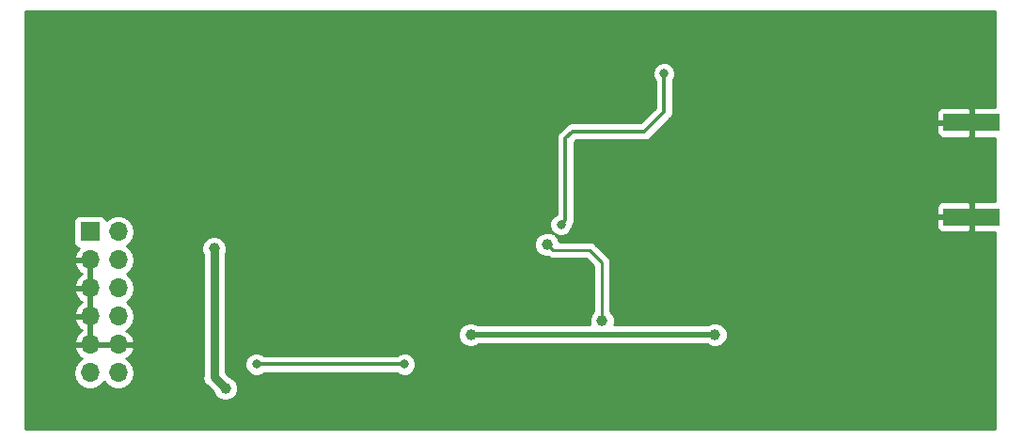
<source format=gbr>
G04 #@! TF.GenerationSoftware,KiCad,Pcbnew,(5.0.0-rc2-dev-311-g1dd4af297)*
G04 #@! TF.CreationDate,2018-06-18T13:27:12-07:00*
G04 #@! TF.ProjectId,beacon_pll,626561636F6E5F706C6C2E6B69636164,rev?*
G04 #@! TF.SameCoordinates,Original*
G04 #@! TF.FileFunction,Copper,L2,Bot,Signal*
G04 #@! TF.FilePolarity,Positive*
%FSLAX46Y46*%
G04 Gerber Fmt 4.6, Leading zero omitted, Abs format (unit mm)*
G04 Created by KiCad (PCBNEW (5.0.0-rc2-dev-311-g1dd4af297)) date 06/18/18 13:27:12*
%MOMM*%
%LPD*%
G01*
G04 APERTURE LIST*
%ADD10R,5.080000X1.500000*%
%ADD11O,1.700000X1.700000*%
%ADD12R,1.700000X1.700000*%
%ADD13C,0.800000*%
%ADD14C,1.000000*%
%ADD15C,0.750000*%
%ADD16C,0.350000*%
%ADD17C,0.500000*%
%ADD18C,0.250000*%
%ADD19C,0.254000*%
G04 APERTURE END LIST*
D10*
X244856000Y-70680000D03*
X244856000Y-79180000D03*
D11*
X168021000Y-93218000D03*
X165481000Y-93218000D03*
X168021000Y-90678000D03*
X165481000Y-90678000D03*
X168021000Y-88138000D03*
X165481000Y-88138000D03*
X168021000Y-85598000D03*
X165481000Y-85598000D03*
X168021000Y-83058000D03*
X165481000Y-83058000D03*
X168021000Y-80518000D03*
D12*
X165481000Y-80518000D03*
D13*
X245036000Y-97917000D03*
X241036000Y-97917000D03*
X237036000Y-97917000D03*
X233036000Y-97917000D03*
X229036000Y-97917000D03*
X225036000Y-97917000D03*
X221036000Y-97917000D03*
X217036000Y-97917000D03*
X213036000Y-97917000D03*
X209036000Y-97917000D03*
X205036000Y-97917000D03*
X201036000Y-97917000D03*
X197036000Y-97917000D03*
X193036000Y-97917000D03*
X189036000Y-97917000D03*
X185036000Y-97917000D03*
X181036000Y-97917000D03*
X177036000Y-97917000D03*
X173036000Y-97917000D03*
X169036000Y-97917000D03*
X165036000Y-97917000D03*
X161036000Y-97917000D03*
X245163000Y-61214000D03*
X241163000Y-61214000D03*
X237163000Y-61214000D03*
X233163000Y-61214000D03*
X229163000Y-61214000D03*
X225163000Y-61214000D03*
X221163000Y-61214000D03*
X217163000Y-61214000D03*
X213163000Y-61214000D03*
X209163000Y-61214000D03*
X205163000Y-61214000D03*
X201163000Y-61214000D03*
X197163000Y-61214000D03*
X193163000Y-61214000D03*
X189163000Y-61214000D03*
X185163000Y-61214000D03*
X181163000Y-61214000D03*
X177163000Y-61214000D03*
X173163000Y-61214000D03*
X169163000Y-61214000D03*
X165163000Y-61214000D03*
X161163000Y-61214000D03*
X230758000Y-82867000D03*
X228758000Y-82867000D03*
X226758000Y-82867000D03*
X224758000Y-82867000D03*
X230758000Y-80867000D03*
X228758000Y-80867000D03*
X226758000Y-80867000D03*
X224758000Y-80867000D03*
X222758000Y-80867000D03*
X230758000Y-78867000D03*
X228758000Y-78867000D03*
X226758000Y-78867000D03*
X224758000Y-78867000D03*
X222758000Y-78867000D03*
X236791000Y-66262000D03*
X236791000Y-64262000D03*
X240791000Y-68262000D03*
X240791000Y-66262000D03*
X238791000Y-72262000D03*
X240791000Y-70262000D03*
X238791000Y-68262000D03*
X238791000Y-66262000D03*
X238791000Y-70262000D03*
X240791000Y-64262000D03*
X240791000Y-72262000D03*
X236791000Y-68262000D03*
X236791000Y-70262000D03*
X238791000Y-64262000D03*
X240791000Y-85724000D03*
X238791000Y-85724000D03*
X236791000Y-85724000D03*
X234791000Y-85724000D03*
X232791000Y-85724000D03*
X240791000Y-83724000D03*
X238791000Y-83724000D03*
X236791000Y-83724000D03*
X234791000Y-83724000D03*
X232791000Y-83724000D03*
X240791000Y-81724000D03*
X238791000Y-81724000D03*
X236791000Y-81724000D03*
X234791000Y-81724000D03*
X232791000Y-81724000D03*
X240791000Y-79724000D03*
X238791000Y-79724000D03*
X236791000Y-79724000D03*
X234791000Y-79724000D03*
X232791000Y-79724000D03*
X240791000Y-77724000D03*
X238791000Y-77724000D03*
X236791000Y-77724000D03*
X234791000Y-77724000D03*
X232791000Y-77724000D03*
X209042000Y-80518000D03*
X204724000Y-76454000D03*
X205994000Y-76454000D03*
X205994000Y-75184000D03*
X204724000Y-75184000D03*
X205105000Y-65532000D03*
X202819000Y-65532000D03*
X200533000Y-65532000D03*
X198374000Y-65532000D03*
X196088000Y-65532000D03*
X193802000Y-65532000D03*
X214884000Y-69977000D03*
X214884000Y-68072000D03*
X212852000Y-68072000D03*
X210693000Y-68072000D03*
X222631000Y-70612000D03*
X221107000Y-70612000D03*
X221107000Y-72009000D03*
X222631000Y-72009000D03*
X228727000Y-70866000D03*
X226949000Y-70866000D03*
X226949000Y-73533000D03*
X226949000Y-72263000D03*
X228727000Y-72263000D03*
X228727000Y-73533000D03*
X230632000Y-73533000D03*
X230632000Y-72263000D03*
D14*
X214884000Y-80645000D03*
X187325000Y-85217000D03*
X187325000Y-89281000D03*
X187325000Y-94615000D03*
X180594000Y-79883000D03*
X184912000Y-76835000D03*
X182626000Y-76835000D03*
X180594000Y-76835000D03*
X179705000Y-69977000D03*
X179705000Y-67945000D03*
X179705000Y-66040000D03*
X196088000Y-82677000D03*
X197104000Y-84455000D03*
X194945000Y-84455000D03*
X192659000Y-84455000D03*
X221107000Y-86233000D03*
X218821000Y-86233000D03*
X221107000Y-83820000D03*
X218821000Y-83820000D03*
X204978000Y-87503000D03*
X206883000Y-86614000D03*
X177673000Y-94615000D03*
X176657000Y-82042000D03*
D13*
X180467000Y-92456000D03*
X193802000Y-92456000D03*
X217170000Y-66294000D03*
X207899000Y-79883000D03*
D14*
X199771000Y-89789000D03*
X221742000Y-89789000D03*
X211582000Y-88519000D03*
X206629000Y-81661000D03*
D15*
X176657000Y-93599000D02*
X177673000Y-94615000D01*
X176657000Y-91186000D02*
X176657000Y-93599000D01*
X176657000Y-82042000D02*
X176657000Y-91186000D01*
D16*
X193802000Y-92456000D02*
X180467000Y-92456000D01*
X217170000Y-69723000D02*
X217170000Y-66294000D01*
X215392000Y-71501000D02*
X217170000Y-69723000D01*
X208915000Y-71501000D02*
X215392000Y-71501000D01*
X208298999Y-72117001D02*
X208915000Y-71501000D01*
X207899000Y-79883000D02*
X208298999Y-79483001D01*
X208298999Y-79483001D02*
X208298999Y-72117001D01*
D17*
X221742000Y-89789000D02*
X199771000Y-89789000D01*
D18*
X211582000Y-83312000D02*
X211582000Y-88519000D01*
X210430999Y-82160999D02*
X211582000Y-83312000D01*
X206629000Y-81661000D02*
X207128999Y-82160999D01*
X207128999Y-82160999D02*
X210430999Y-82160999D01*
D19*
G36*
X246940000Y-69295000D02*
X245141750Y-69295000D01*
X244983000Y-69453750D01*
X244983000Y-70553000D01*
X245003000Y-70553000D01*
X245003000Y-70807000D01*
X244983000Y-70807000D01*
X244983000Y-71906250D01*
X245141750Y-72065000D01*
X246940000Y-72065000D01*
X246940000Y-77795000D01*
X245141750Y-77795000D01*
X244983000Y-77953750D01*
X244983000Y-79053000D01*
X245003000Y-79053000D01*
X245003000Y-79307000D01*
X244983000Y-79307000D01*
X244983000Y-80406250D01*
X245141750Y-80565000D01*
X246940001Y-80565000D01*
X246940001Y-98290000D01*
X159710000Y-98290000D01*
X159710000Y-93218000D01*
X163966908Y-93218000D01*
X164082161Y-93797418D01*
X164410375Y-94288625D01*
X164901582Y-94616839D01*
X165334744Y-94703000D01*
X165627256Y-94703000D01*
X166060418Y-94616839D01*
X166551625Y-94288625D01*
X166751000Y-93990239D01*
X166950375Y-94288625D01*
X167441582Y-94616839D01*
X167874744Y-94703000D01*
X168167256Y-94703000D01*
X168600418Y-94616839D01*
X169091625Y-94288625D01*
X169419839Y-93797418D01*
X169535092Y-93218000D01*
X169419839Y-92638582D01*
X169091625Y-92147375D01*
X168772522Y-91934157D01*
X168902358Y-91873183D01*
X169292645Y-91444924D01*
X169462476Y-91034890D01*
X169341155Y-90805000D01*
X168148000Y-90805000D01*
X168148000Y-90825000D01*
X167894000Y-90825000D01*
X167894000Y-90805000D01*
X165608000Y-90805000D01*
X165608000Y-90825000D01*
X165354000Y-90825000D01*
X165354000Y-90805000D01*
X164160845Y-90805000D01*
X164039524Y-91034890D01*
X164209355Y-91444924D01*
X164599642Y-91873183D01*
X164729478Y-91934157D01*
X164410375Y-92147375D01*
X164082161Y-92638582D01*
X163966908Y-93218000D01*
X159710000Y-93218000D01*
X159710000Y-88494890D01*
X164039524Y-88494890D01*
X164209355Y-88904924D01*
X164599642Y-89333183D01*
X164758954Y-89408000D01*
X164599642Y-89482817D01*
X164209355Y-89911076D01*
X164039524Y-90321110D01*
X164160845Y-90551000D01*
X165354000Y-90551000D01*
X165354000Y-88265000D01*
X164160845Y-88265000D01*
X164039524Y-88494890D01*
X159710000Y-88494890D01*
X159710000Y-85954890D01*
X164039524Y-85954890D01*
X164209355Y-86364924D01*
X164599642Y-86793183D01*
X164758954Y-86868000D01*
X164599642Y-86942817D01*
X164209355Y-87371076D01*
X164039524Y-87781110D01*
X164160845Y-88011000D01*
X165354000Y-88011000D01*
X165354000Y-85725000D01*
X164160845Y-85725000D01*
X164039524Y-85954890D01*
X159710000Y-85954890D01*
X159710000Y-83414890D01*
X164039524Y-83414890D01*
X164209355Y-83824924D01*
X164599642Y-84253183D01*
X164758954Y-84328000D01*
X164599642Y-84402817D01*
X164209355Y-84831076D01*
X164039524Y-85241110D01*
X164160845Y-85471000D01*
X165354000Y-85471000D01*
X165354000Y-83185000D01*
X164160845Y-83185000D01*
X164039524Y-83414890D01*
X159710000Y-83414890D01*
X159710000Y-79668000D01*
X163983560Y-79668000D01*
X163983560Y-81368000D01*
X164032843Y-81615765D01*
X164173191Y-81825809D01*
X164383235Y-81966157D01*
X164486708Y-81986739D01*
X164209355Y-82291076D01*
X164039524Y-82701110D01*
X164160845Y-82931000D01*
X165354000Y-82931000D01*
X165354000Y-82911000D01*
X165608000Y-82911000D01*
X165608000Y-82931000D01*
X165628000Y-82931000D01*
X165628000Y-83185000D01*
X165608000Y-83185000D01*
X165608000Y-85471000D01*
X165628000Y-85471000D01*
X165628000Y-85725000D01*
X165608000Y-85725000D01*
X165608000Y-88011000D01*
X165628000Y-88011000D01*
X165628000Y-88265000D01*
X165608000Y-88265000D01*
X165608000Y-90551000D01*
X167894000Y-90551000D01*
X167894000Y-90531000D01*
X168148000Y-90531000D01*
X168148000Y-90551000D01*
X169341155Y-90551000D01*
X169462476Y-90321110D01*
X169292645Y-89911076D01*
X168902358Y-89482817D01*
X168772522Y-89421843D01*
X169091625Y-89208625D01*
X169419839Y-88717418D01*
X169535092Y-88138000D01*
X169419839Y-87558582D01*
X169091625Y-87067375D01*
X168793239Y-86868000D01*
X169091625Y-86668625D01*
X169419839Y-86177418D01*
X169535092Y-85598000D01*
X169419839Y-85018582D01*
X169091625Y-84527375D01*
X168793239Y-84328000D01*
X169091625Y-84128625D01*
X169419839Y-83637418D01*
X169535092Y-83058000D01*
X169419839Y-82478582D01*
X169091625Y-81987375D01*
X168835495Y-81816234D01*
X175522000Y-81816234D01*
X175522000Y-82267766D01*
X175647000Y-82569543D01*
X175647001Y-91086520D01*
X175647000Y-91086525D01*
X175647001Y-93499525D01*
X175627214Y-93599000D01*
X175705602Y-93993082D01*
X175872482Y-94242837D01*
X175872485Y-94242840D01*
X175928832Y-94327169D01*
X176013160Y-94383515D01*
X176585793Y-94956149D01*
X176710793Y-95257926D01*
X177030074Y-95577207D01*
X177447234Y-95750000D01*
X177898766Y-95750000D01*
X178315926Y-95577207D01*
X178635207Y-95257926D01*
X178808000Y-94840766D01*
X178808000Y-94389234D01*
X178635207Y-93972074D01*
X178315926Y-93652793D01*
X178014149Y-93527793D01*
X177667000Y-93180645D01*
X177667000Y-92250126D01*
X179432000Y-92250126D01*
X179432000Y-92661874D01*
X179589569Y-93042280D01*
X179880720Y-93333431D01*
X180261126Y-93491000D01*
X180672874Y-93491000D01*
X181053280Y-93333431D01*
X181120711Y-93266000D01*
X193148289Y-93266000D01*
X193215720Y-93333431D01*
X193596126Y-93491000D01*
X194007874Y-93491000D01*
X194388280Y-93333431D01*
X194679431Y-93042280D01*
X194837000Y-92661874D01*
X194837000Y-92250126D01*
X194679431Y-91869720D01*
X194388280Y-91578569D01*
X194007874Y-91421000D01*
X193596126Y-91421000D01*
X193215720Y-91578569D01*
X193148289Y-91646000D01*
X181120711Y-91646000D01*
X181053280Y-91578569D01*
X180672874Y-91421000D01*
X180261126Y-91421000D01*
X179880720Y-91578569D01*
X179589569Y-91869720D01*
X179432000Y-92250126D01*
X177667000Y-92250126D01*
X177667000Y-89563234D01*
X198636000Y-89563234D01*
X198636000Y-90014766D01*
X198808793Y-90431926D01*
X199128074Y-90751207D01*
X199545234Y-90924000D01*
X199996766Y-90924000D01*
X200413926Y-90751207D01*
X200491133Y-90674000D01*
X221021867Y-90674000D01*
X221099074Y-90751207D01*
X221516234Y-90924000D01*
X221967766Y-90924000D01*
X222384926Y-90751207D01*
X222704207Y-90431926D01*
X222877000Y-90014766D01*
X222877000Y-89563234D01*
X222704207Y-89146074D01*
X222384926Y-88826793D01*
X221967766Y-88654000D01*
X221516234Y-88654000D01*
X221099074Y-88826793D01*
X221021867Y-88904000D01*
X212651043Y-88904000D01*
X212717000Y-88744766D01*
X212717000Y-88293234D01*
X212544207Y-87876074D01*
X212342000Y-87673867D01*
X212342000Y-83386846D01*
X212356888Y-83311999D01*
X212342000Y-83237152D01*
X212342000Y-83237148D01*
X212297904Y-83015463D01*
X212129929Y-82764071D01*
X212066473Y-82721671D01*
X211021330Y-81676529D01*
X210978928Y-81613070D01*
X210727536Y-81445095D01*
X210505851Y-81400999D01*
X210505846Y-81400999D01*
X210430999Y-81386111D01*
X210356152Y-81400999D01*
X207749819Y-81400999D01*
X207591207Y-81018074D01*
X207348303Y-80775170D01*
X207693126Y-80918000D01*
X208104874Y-80918000D01*
X208485280Y-80760431D01*
X208776431Y-80469280D01*
X208934000Y-80088874D01*
X208934000Y-79990615D01*
X209062002Y-79799047D01*
X209108999Y-79562775D01*
X209108999Y-79562774D01*
X209124867Y-79483002D01*
X209121436Y-79465750D01*
X241681000Y-79465750D01*
X241681000Y-80056309D01*
X241777673Y-80289698D01*
X241956301Y-80468327D01*
X242189690Y-80565000D01*
X244570250Y-80565000D01*
X244729000Y-80406250D01*
X244729000Y-79307000D01*
X241839750Y-79307000D01*
X241681000Y-79465750D01*
X209121436Y-79465750D01*
X209108999Y-79403229D01*
X209108999Y-78303691D01*
X241681000Y-78303691D01*
X241681000Y-78894250D01*
X241839750Y-79053000D01*
X244729000Y-79053000D01*
X244729000Y-77953750D01*
X244570250Y-77795000D01*
X242189690Y-77795000D01*
X241956301Y-77891673D01*
X241777673Y-78070302D01*
X241681000Y-78303691D01*
X209108999Y-78303691D01*
X209108999Y-72452513D01*
X209250513Y-72311000D01*
X215312227Y-72311000D01*
X215392000Y-72326868D01*
X215471773Y-72311000D01*
X215471774Y-72311000D01*
X215708046Y-72264003D01*
X215975977Y-72084977D01*
X216021168Y-72017344D01*
X217072762Y-70965750D01*
X241681000Y-70965750D01*
X241681000Y-71556309D01*
X241777673Y-71789698D01*
X241956301Y-71968327D01*
X242189690Y-72065000D01*
X244570250Y-72065000D01*
X244729000Y-71906250D01*
X244729000Y-70807000D01*
X241839750Y-70807000D01*
X241681000Y-70965750D01*
X217072762Y-70965750D01*
X217686347Y-70352166D01*
X217753977Y-70306977D01*
X217841673Y-70175730D01*
X217933003Y-70039047D01*
X217979817Y-69803691D01*
X241681000Y-69803691D01*
X241681000Y-70394250D01*
X241839750Y-70553000D01*
X244729000Y-70553000D01*
X244729000Y-69453750D01*
X244570250Y-69295000D01*
X242189690Y-69295000D01*
X241956301Y-69391673D01*
X241777673Y-69570302D01*
X241681000Y-69803691D01*
X217979817Y-69803691D01*
X217995868Y-69723000D01*
X217980000Y-69643226D01*
X217980000Y-66947711D01*
X218047431Y-66880280D01*
X218205000Y-66499874D01*
X218205000Y-66088126D01*
X218047431Y-65707720D01*
X217756280Y-65416569D01*
X217375874Y-65259000D01*
X216964126Y-65259000D01*
X216583720Y-65416569D01*
X216292569Y-65707720D01*
X216135000Y-66088126D01*
X216135000Y-66499874D01*
X216292569Y-66880280D01*
X216360001Y-66947712D01*
X216360000Y-69387487D01*
X215056488Y-70691000D01*
X208994773Y-70691000D01*
X208915000Y-70675132D01*
X208835227Y-70691000D01*
X208835226Y-70691000D01*
X208598954Y-70737997D01*
X208331023Y-70917023D01*
X208285834Y-70984653D01*
X207782652Y-71487835D01*
X207715023Y-71533024D01*
X207669834Y-71600654D01*
X207535997Y-71800955D01*
X207473131Y-72117001D01*
X207489000Y-72196779D01*
X207488999Y-78932552D01*
X207312720Y-79005569D01*
X207021569Y-79296720D01*
X206864000Y-79677126D01*
X206864000Y-80088874D01*
X207021569Y-80469280D01*
X207236343Y-80684054D01*
X206854766Y-80526000D01*
X206403234Y-80526000D01*
X205986074Y-80698793D01*
X205666793Y-81018074D01*
X205494000Y-81435234D01*
X205494000Y-81886766D01*
X205666793Y-82303926D01*
X205986074Y-82623207D01*
X206403234Y-82796000D01*
X206711382Y-82796000D01*
X206832462Y-82876903D01*
X207054147Y-82920999D01*
X207054151Y-82920999D01*
X207128998Y-82935887D01*
X207203845Y-82920999D01*
X210116198Y-82920999D01*
X210822000Y-83626802D01*
X210822001Y-87673866D01*
X210619793Y-87876074D01*
X210447000Y-88293234D01*
X210447000Y-88744766D01*
X210512957Y-88904000D01*
X200491133Y-88904000D01*
X200413926Y-88826793D01*
X199996766Y-88654000D01*
X199545234Y-88654000D01*
X199128074Y-88826793D01*
X198808793Y-89146074D01*
X198636000Y-89563234D01*
X177667000Y-89563234D01*
X177667000Y-82569543D01*
X177792000Y-82267766D01*
X177792000Y-81816234D01*
X177619207Y-81399074D01*
X177299926Y-81079793D01*
X176882766Y-80907000D01*
X176431234Y-80907000D01*
X176014074Y-81079793D01*
X175694793Y-81399074D01*
X175522000Y-81816234D01*
X168835495Y-81816234D01*
X168793239Y-81788000D01*
X169091625Y-81588625D01*
X169419839Y-81097418D01*
X169535092Y-80518000D01*
X169419839Y-79938582D01*
X169091625Y-79447375D01*
X168600418Y-79119161D01*
X168167256Y-79033000D01*
X167874744Y-79033000D01*
X167441582Y-79119161D01*
X166950375Y-79447375D01*
X166938184Y-79465619D01*
X166929157Y-79420235D01*
X166788809Y-79210191D01*
X166578765Y-79069843D01*
X166331000Y-79020560D01*
X164631000Y-79020560D01*
X164383235Y-79069843D01*
X164173191Y-79210191D01*
X164032843Y-79420235D01*
X163983560Y-79668000D01*
X159710000Y-79668000D01*
X159710000Y-60710000D01*
X246940000Y-60710000D01*
X246940000Y-69295000D01*
X246940000Y-69295000D01*
G37*
X246940000Y-69295000D02*
X245141750Y-69295000D01*
X244983000Y-69453750D01*
X244983000Y-70553000D01*
X245003000Y-70553000D01*
X245003000Y-70807000D01*
X244983000Y-70807000D01*
X244983000Y-71906250D01*
X245141750Y-72065000D01*
X246940000Y-72065000D01*
X246940000Y-77795000D01*
X245141750Y-77795000D01*
X244983000Y-77953750D01*
X244983000Y-79053000D01*
X245003000Y-79053000D01*
X245003000Y-79307000D01*
X244983000Y-79307000D01*
X244983000Y-80406250D01*
X245141750Y-80565000D01*
X246940001Y-80565000D01*
X246940001Y-98290000D01*
X159710000Y-98290000D01*
X159710000Y-93218000D01*
X163966908Y-93218000D01*
X164082161Y-93797418D01*
X164410375Y-94288625D01*
X164901582Y-94616839D01*
X165334744Y-94703000D01*
X165627256Y-94703000D01*
X166060418Y-94616839D01*
X166551625Y-94288625D01*
X166751000Y-93990239D01*
X166950375Y-94288625D01*
X167441582Y-94616839D01*
X167874744Y-94703000D01*
X168167256Y-94703000D01*
X168600418Y-94616839D01*
X169091625Y-94288625D01*
X169419839Y-93797418D01*
X169535092Y-93218000D01*
X169419839Y-92638582D01*
X169091625Y-92147375D01*
X168772522Y-91934157D01*
X168902358Y-91873183D01*
X169292645Y-91444924D01*
X169462476Y-91034890D01*
X169341155Y-90805000D01*
X168148000Y-90805000D01*
X168148000Y-90825000D01*
X167894000Y-90825000D01*
X167894000Y-90805000D01*
X165608000Y-90805000D01*
X165608000Y-90825000D01*
X165354000Y-90825000D01*
X165354000Y-90805000D01*
X164160845Y-90805000D01*
X164039524Y-91034890D01*
X164209355Y-91444924D01*
X164599642Y-91873183D01*
X164729478Y-91934157D01*
X164410375Y-92147375D01*
X164082161Y-92638582D01*
X163966908Y-93218000D01*
X159710000Y-93218000D01*
X159710000Y-88494890D01*
X164039524Y-88494890D01*
X164209355Y-88904924D01*
X164599642Y-89333183D01*
X164758954Y-89408000D01*
X164599642Y-89482817D01*
X164209355Y-89911076D01*
X164039524Y-90321110D01*
X164160845Y-90551000D01*
X165354000Y-90551000D01*
X165354000Y-88265000D01*
X164160845Y-88265000D01*
X164039524Y-88494890D01*
X159710000Y-88494890D01*
X159710000Y-85954890D01*
X164039524Y-85954890D01*
X164209355Y-86364924D01*
X164599642Y-86793183D01*
X164758954Y-86868000D01*
X164599642Y-86942817D01*
X164209355Y-87371076D01*
X164039524Y-87781110D01*
X164160845Y-88011000D01*
X165354000Y-88011000D01*
X165354000Y-85725000D01*
X164160845Y-85725000D01*
X164039524Y-85954890D01*
X159710000Y-85954890D01*
X159710000Y-83414890D01*
X164039524Y-83414890D01*
X164209355Y-83824924D01*
X164599642Y-84253183D01*
X164758954Y-84328000D01*
X164599642Y-84402817D01*
X164209355Y-84831076D01*
X164039524Y-85241110D01*
X164160845Y-85471000D01*
X165354000Y-85471000D01*
X165354000Y-83185000D01*
X164160845Y-83185000D01*
X164039524Y-83414890D01*
X159710000Y-83414890D01*
X159710000Y-79668000D01*
X163983560Y-79668000D01*
X163983560Y-81368000D01*
X164032843Y-81615765D01*
X164173191Y-81825809D01*
X164383235Y-81966157D01*
X164486708Y-81986739D01*
X164209355Y-82291076D01*
X164039524Y-82701110D01*
X164160845Y-82931000D01*
X165354000Y-82931000D01*
X165354000Y-82911000D01*
X165608000Y-82911000D01*
X165608000Y-82931000D01*
X165628000Y-82931000D01*
X165628000Y-83185000D01*
X165608000Y-83185000D01*
X165608000Y-85471000D01*
X165628000Y-85471000D01*
X165628000Y-85725000D01*
X165608000Y-85725000D01*
X165608000Y-88011000D01*
X165628000Y-88011000D01*
X165628000Y-88265000D01*
X165608000Y-88265000D01*
X165608000Y-90551000D01*
X167894000Y-90551000D01*
X167894000Y-90531000D01*
X168148000Y-90531000D01*
X168148000Y-90551000D01*
X169341155Y-90551000D01*
X169462476Y-90321110D01*
X169292645Y-89911076D01*
X168902358Y-89482817D01*
X168772522Y-89421843D01*
X169091625Y-89208625D01*
X169419839Y-88717418D01*
X169535092Y-88138000D01*
X169419839Y-87558582D01*
X169091625Y-87067375D01*
X168793239Y-86868000D01*
X169091625Y-86668625D01*
X169419839Y-86177418D01*
X169535092Y-85598000D01*
X169419839Y-85018582D01*
X169091625Y-84527375D01*
X168793239Y-84328000D01*
X169091625Y-84128625D01*
X169419839Y-83637418D01*
X169535092Y-83058000D01*
X169419839Y-82478582D01*
X169091625Y-81987375D01*
X168835495Y-81816234D01*
X175522000Y-81816234D01*
X175522000Y-82267766D01*
X175647000Y-82569543D01*
X175647001Y-91086520D01*
X175647000Y-91086525D01*
X175647001Y-93499525D01*
X175627214Y-93599000D01*
X175705602Y-93993082D01*
X175872482Y-94242837D01*
X175872485Y-94242840D01*
X175928832Y-94327169D01*
X176013160Y-94383515D01*
X176585793Y-94956149D01*
X176710793Y-95257926D01*
X177030074Y-95577207D01*
X177447234Y-95750000D01*
X177898766Y-95750000D01*
X178315926Y-95577207D01*
X178635207Y-95257926D01*
X178808000Y-94840766D01*
X178808000Y-94389234D01*
X178635207Y-93972074D01*
X178315926Y-93652793D01*
X178014149Y-93527793D01*
X177667000Y-93180645D01*
X177667000Y-92250126D01*
X179432000Y-92250126D01*
X179432000Y-92661874D01*
X179589569Y-93042280D01*
X179880720Y-93333431D01*
X180261126Y-93491000D01*
X180672874Y-93491000D01*
X181053280Y-93333431D01*
X181120711Y-93266000D01*
X193148289Y-93266000D01*
X193215720Y-93333431D01*
X193596126Y-93491000D01*
X194007874Y-93491000D01*
X194388280Y-93333431D01*
X194679431Y-93042280D01*
X194837000Y-92661874D01*
X194837000Y-92250126D01*
X194679431Y-91869720D01*
X194388280Y-91578569D01*
X194007874Y-91421000D01*
X193596126Y-91421000D01*
X193215720Y-91578569D01*
X193148289Y-91646000D01*
X181120711Y-91646000D01*
X181053280Y-91578569D01*
X180672874Y-91421000D01*
X180261126Y-91421000D01*
X179880720Y-91578569D01*
X179589569Y-91869720D01*
X179432000Y-92250126D01*
X177667000Y-92250126D01*
X177667000Y-89563234D01*
X198636000Y-89563234D01*
X198636000Y-90014766D01*
X198808793Y-90431926D01*
X199128074Y-90751207D01*
X199545234Y-90924000D01*
X199996766Y-90924000D01*
X200413926Y-90751207D01*
X200491133Y-90674000D01*
X221021867Y-90674000D01*
X221099074Y-90751207D01*
X221516234Y-90924000D01*
X221967766Y-90924000D01*
X222384926Y-90751207D01*
X222704207Y-90431926D01*
X222877000Y-90014766D01*
X222877000Y-89563234D01*
X222704207Y-89146074D01*
X222384926Y-88826793D01*
X221967766Y-88654000D01*
X221516234Y-88654000D01*
X221099074Y-88826793D01*
X221021867Y-88904000D01*
X212651043Y-88904000D01*
X212717000Y-88744766D01*
X212717000Y-88293234D01*
X212544207Y-87876074D01*
X212342000Y-87673867D01*
X212342000Y-83386846D01*
X212356888Y-83311999D01*
X212342000Y-83237152D01*
X212342000Y-83237148D01*
X212297904Y-83015463D01*
X212129929Y-82764071D01*
X212066473Y-82721671D01*
X211021330Y-81676529D01*
X210978928Y-81613070D01*
X210727536Y-81445095D01*
X210505851Y-81400999D01*
X210505846Y-81400999D01*
X210430999Y-81386111D01*
X210356152Y-81400999D01*
X207749819Y-81400999D01*
X207591207Y-81018074D01*
X207348303Y-80775170D01*
X207693126Y-80918000D01*
X208104874Y-80918000D01*
X208485280Y-80760431D01*
X208776431Y-80469280D01*
X208934000Y-80088874D01*
X208934000Y-79990615D01*
X209062002Y-79799047D01*
X209108999Y-79562775D01*
X209108999Y-79562774D01*
X209124867Y-79483002D01*
X209121436Y-79465750D01*
X241681000Y-79465750D01*
X241681000Y-80056309D01*
X241777673Y-80289698D01*
X241956301Y-80468327D01*
X242189690Y-80565000D01*
X244570250Y-80565000D01*
X244729000Y-80406250D01*
X244729000Y-79307000D01*
X241839750Y-79307000D01*
X241681000Y-79465750D01*
X209121436Y-79465750D01*
X209108999Y-79403229D01*
X209108999Y-78303691D01*
X241681000Y-78303691D01*
X241681000Y-78894250D01*
X241839750Y-79053000D01*
X244729000Y-79053000D01*
X244729000Y-77953750D01*
X244570250Y-77795000D01*
X242189690Y-77795000D01*
X241956301Y-77891673D01*
X241777673Y-78070302D01*
X241681000Y-78303691D01*
X209108999Y-78303691D01*
X209108999Y-72452513D01*
X209250513Y-72311000D01*
X215312227Y-72311000D01*
X215392000Y-72326868D01*
X215471773Y-72311000D01*
X215471774Y-72311000D01*
X215708046Y-72264003D01*
X215975977Y-72084977D01*
X216021168Y-72017344D01*
X217072762Y-70965750D01*
X241681000Y-70965750D01*
X241681000Y-71556309D01*
X241777673Y-71789698D01*
X241956301Y-71968327D01*
X242189690Y-72065000D01*
X244570250Y-72065000D01*
X244729000Y-71906250D01*
X244729000Y-70807000D01*
X241839750Y-70807000D01*
X241681000Y-70965750D01*
X217072762Y-70965750D01*
X217686347Y-70352166D01*
X217753977Y-70306977D01*
X217841673Y-70175730D01*
X217933003Y-70039047D01*
X217979817Y-69803691D01*
X241681000Y-69803691D01*
X241681000Y-70394250D01*
X241839750Y-70553000D01*
X244729000Y-70553000D01*
X244729000Y-69453750D01*
X244570250Y-69295000D01*
X242189690Y-69295000D01*
X241956301Y-69391673D01*
X241777673Y-69570302D01*
X241681000Y-69803691D01*
X217979817Y-69803691D01*
X217995868Y-69723000D01*
X217980000Y-69643226D01*
X217980000Y-66947711D01*
X218047431Y-66880280D01*
X218205000Y-66499874D01*
X218205000Y-66088126D01*
X218047431Y-65707720D01*
X217756280Y-65416569D01*
X217375874Y-65259000D01*
X216964126Y-65259000D01*
X216583720Y-65416569D01*
X216292569Y-65707720D01*
X216135000Y-66088126D01*
X216135000Y-66499874D01*
X216292569Y-66880280D01*
X216360001Y-66947712D01*
X216360000Y-69387487D01*
X215056488Y-70691000D01*
X208994773Y-70691000D01*
X208915000Y-70675132D01*
X208835227Y-70691000D01*
X208835226Y-70691000D01*
X208598954Y-70737997D01*
X208331023Y-70917023D01*
X208285834Y-70984653D01*
X207782652Y-71487835D01*
X207715023Y-71533024D01*
X207669834Y-71600654D01*
X207535997Y-71800955D01*
X207473131Y-72117001D01*
X207489000Y-72196779D01*
X207488999Y-78932552D01*
X207312720Y-79005569D01*
X207021569Y-79296720D01*
X206864000Y-79677126D01*
X206864000Y-80088874D01*
X207021569Y-80469280D01*
X207236343Y-80684054D01*
X206854766Y-80526000D01*
X206403234Y-80526000D01*
X205986074Y-80698793D01*
X205666793Y-81018074D01*
X205494000Y-81435234D01*
X205494000Y-81886766D01*
X205666793Y-82303926D01*
X205986074Y-82623207D01*
X206403234Y-82796000D01*
X206711382Y-82796000D01*
X206832462Y-82876903D01*
X207054147Y-82920999D01*
X207054151Y-82920999D01*
X207128998Y-82935887D01*
X207203845Y-82920999D01*
X210116198Y-82920999D01*
X210822000Y-83626802D01*
X210822001Y-87673866D01*
X210619793Y-87876074D01*
X210447000Y-88293234D01*
X210447000Y-88744766D01*
X210512957Y-88904000D01*
X200491133Y-88904000D01*
X200413926Y-88826793D01*
X199996766Y-88654000D01*
X199545234Y-88654000D01*
X199128074Y-88826793D01*
X198808793Y-89146074D01*
X198636000Y-89563234D01*
X177667000Y-89563234D01*
X177667000Y-82569543D01*
X177792000Y-82267766D01*
X177792000Y-81816234D01*
X177619207Y-81399074D01*
X177299926Y-81079793D01*
X176882766Y-80907000D01*
X176431234Y-80907000D01*
X176014074Y-81079793D01*
X175694793Y-81399074D01*
X175522000Y-81816234D01*
X168835495Y-81816234D01*
X168793239Y-81788000D01*
X169091625Y-81588625D01*
X169419839Y-81097418D01*
X169535092Y-80518000D01*
X169419839Y-79938582D01*
X169091625Y-79447375D01*
X168600418Y-79119161D01*
X168167256Y-79033000D01*
X167874744Y-79033000D01*
X167441582Y-79119161D01*
X166950375Y-79447375D01*
X166938184Y-79465619D01*
X166929157Y-79420235D01*
X166788809Y-79210191D01*
X166578765Y-79069843D01*
X166331000Y-79020560D01*
X164631000Y-79020560D01*
X164383235Y-79069843D01*
X164173191Y-79210191D01*
X164032843Y-79420235D01*
X163983560Y-79668000D01*
X159710000Y-79668000D01*
X159710000Y-60710000D01*
X246940000Y-60710000D01*
X246940000Y-69295000D01*
M02*

</source>
